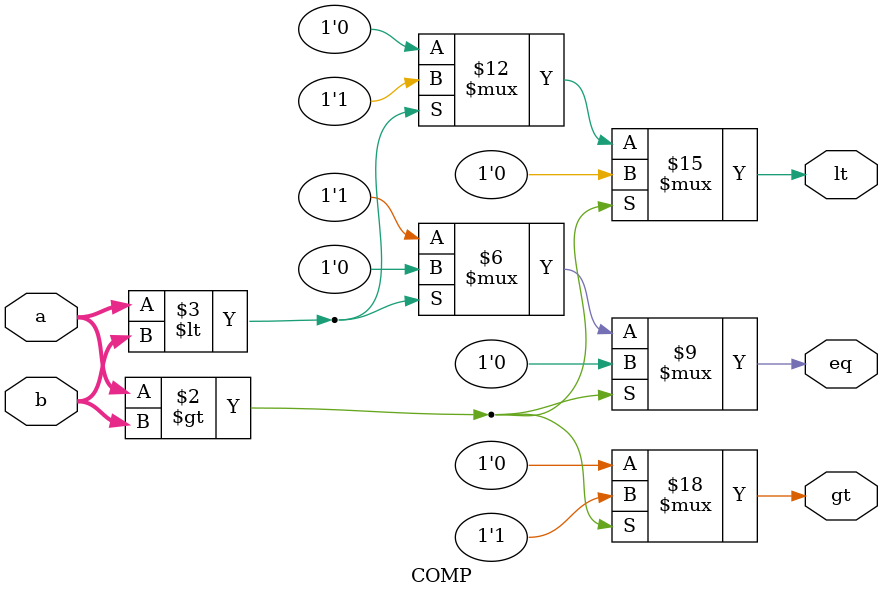
<source format=v>
`timescale 1ns / 1ps


module COMP(a, b, gt, lt, eq);

    parameter DATAWIDTH = 64;

    input [DATAWIDTH - 1:0] a, b;
    output reg gt, lt, eq;
    
    initial begin
        gt <= 0; lt <= 0; eq <= 0;
    end
    
    always @(*) begin
        gt <= 0; lt <= 0; eq <= 0;
    
        if($signed(a) > $signed(b))
            gt <= 1;
        else if($signed(a) < $signed(b))
            lt <= 1;
        else
            eq <= 1;
    
    end
    
endmodule
</source>
